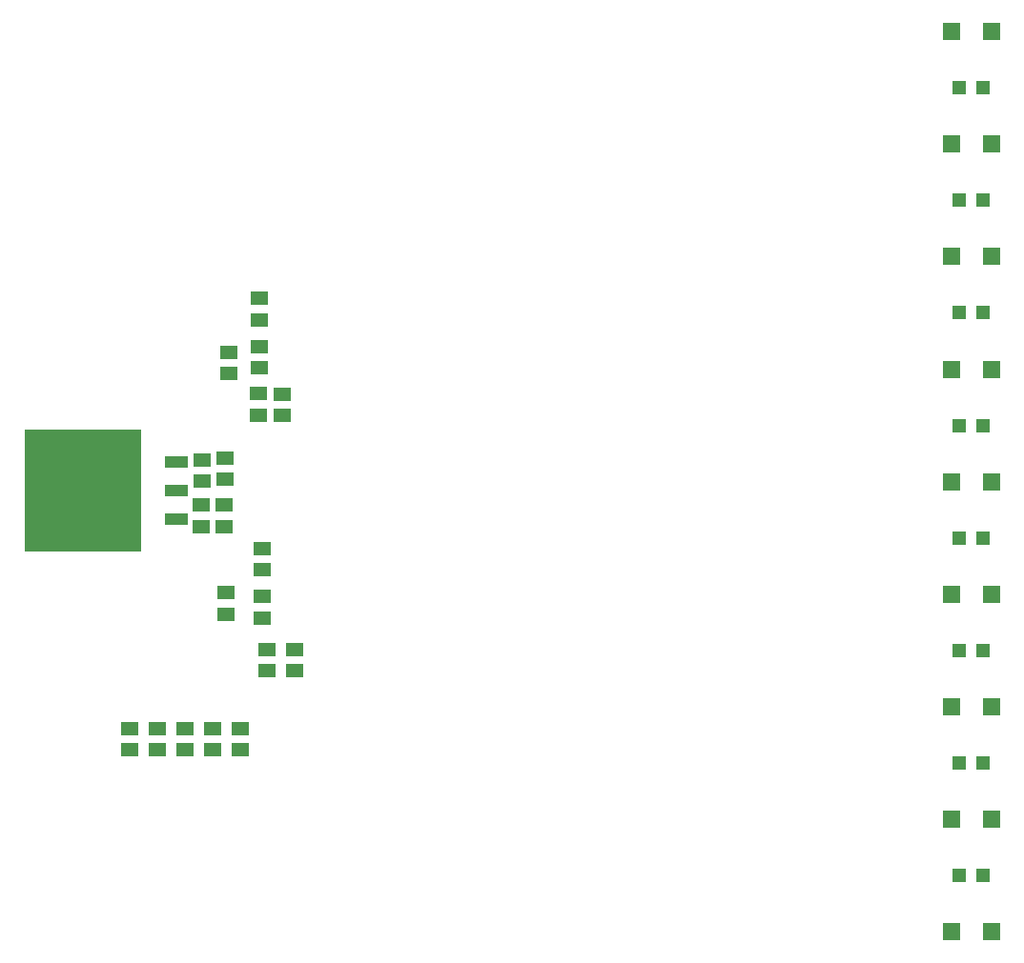
<source format=gbr>
G04 EAGLE Gerber RS-274X export*
G75*
%MOMM*%
%FSLAX34Y34*%
%LPD*%
%INSolderpaste Bottom*%
%IPPOS*%
%AMOC8*
5,1,8,0,0,1.08239X$1,22.5*%
G01*
%ADD10R,1.500000X1.300000*%
%ADD11R,10.410000X10.800000*%
%ADD12R,2.159000X1.066800*%
%ADD13R,1.600000X1.300000*%
%ADD14R,1.200000X1.200000*%
%ADD15R,1.500000X1.500000*%


D10*
X196784Y450886D03*
X196784Y431886D03*
X176342Y390230D03*
X176342Y409230D03*
X196408Y389976D03*
X196408Y408976D03*
X176718Y449240D03*
X176718Y430240D03*
D11*
X71076Y421736D03*
D12*
X154388Y421736D03*
X154388Y447136D03*
X154388Y396336D03*
D13*
X200848Y526252D03*
X200848Y545252D03*
D10*
X226502Y508168D03*
X226502Y489168D03*
X248346Y507660D03*
X248346Y488660D03*
D13*
X198308Y312384D03*
X198308Y331384D03*
X227264Y593004D03*
X227264Y574004D03*
D10*
X227264Y550332D03*
X227264Y531332D03*
D13*
X230312Y370500D03*
X230312Y351500D03*
D10*
X230312Y327828D03*
X230312Y308828D03*
D14*
X849500Y80000D03*
X870500Y80000D03*
X849500Y180000D03*
X870500Y180000D03*
X849500Y280000D03*
X870500Y280000D03*
X849500Y380000D03*
X870500Y380000D03*
X849500Y480000D03*
X870500Y480000D03*
X849500Y580000D03*
X870500Y580000D03*
X849500Y680000D03*
X870500Y680000D03*
X849500Y780000D03*
X870500Y780000D03*
D15*
X877500Y130000D03*
X842500Y130000D03*
X877500Y230000D03*
X842500Y230000D03*
X877500Y330000D03*
X842500Y330000D03*
X877500Y430000D03*
X842500Y430000D03*
X877500Y530000D03*
X842500Y530000D03*
X877500Y630000D03*
X842500Y630000D03*
X877500Y730000D03*
X842500Y730000D03*
X877500Y830000D03*
X842500Y830000D03*
X877500Y30000D03*
X842500Y30000D03*
D10*
X185928Y210668D03*
X185928Y191668D03*
X210312Y210668D03*
X210312Y191668D03*
X112776Y210668D03*
X112776Y191668D03*
X161544Y210668D03*
X161544Y191668D03*
X137160Y210668D03*
X137160Y191668D03*
X259080Y280772D03*
X259080Y261772D03*
X234696Y280772D03*
X234696Y261772D03*
M02*

</source>
